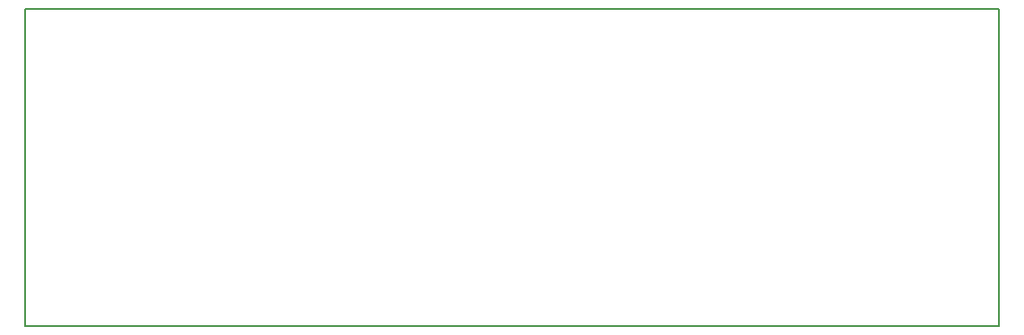
<source format=gbr>
G04 #@! TF.GenerationSoftware,KiCad,Pcbnew,no-vcs-found*
G04 #@! TF.CreationDate,2017-01-06T11:38:08+01:00*
G04 #@! TF.ProjectId,ESP32-HELP-Button-18650,45535033322D48454C502D427574746F,rev?*
G04 #@! TF.FileFunction,Other,User*
%FSLAX46Y46*%
G04 Gerber Fmt 4.6, Leading zero omitted, Abs format (unit mm)*
G04 Created by KiCad (PCBNEW no-vcs-found) date Fri Jan  6 11:38:08 2017*
%MOMM*%
%LPD*%
G01*
G04 APERTURE LIST*
%ADD10C,0.100000*%
%ADD11C,0.200000*%
G04 APERTURE END LIST*
D10*
D11*
X26000000Y-70000000D02*
X26000000Y-40000000D01*
X118000000Y-70000000D02*
X26000000Y-70000000D01*
X118000000Y-40000000D02*
X118000000Y-70000000D01*
X26000000Y-40000000D02*
X118000000Y-40000000D01*
M02*

</source>
